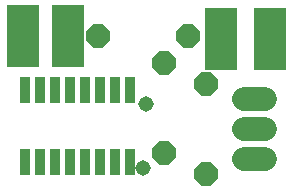
<source format=gbr>
G04 EAGLE Gerber RS-274X export*
G75*
%MOMM*%
%FSLAX34Y34*%
%LPD*%
%INSoldermask Top*%
%IPPOS*%
%AMOC8*
5,1,8,0,0,1.08239X$1,22.5*%
G01*
%ADD10R,0.863600X2.235200*%
%ADD11R,2.743200X5.283200*%
%ADD12P,2.199416X8X112.500000*%
%ADD13P,2.199416X8X202.500000*%
%ADD14C,2.032000*%
%ADD15C,1.315200*%


D10*
X19650Y20666D03*
X19650Y82134D03*
X32350Y20666D03*
X45050Y20666D03*
X32350Y82134D03*
X45050Y82134D03*
X57750Y20666D03*
X57750Y82134D03*
X70450Y20666D03*
X70450Y82134D03*
X83150Y20666D03*
X95850Y20666D03*
X83150Y82134D03*
X95850Y82134D03*
X108550Y20666D03*
X108550Y82134D03*
D11*
X227100Y124900D03*
X56400Y127600D03*
X185900Y125300D03*
X18300Y127600D03*
D12*
X137800Y28300D03*
X137800Y104500D03*
D13*
X158000Y127600D03*
X81800Y127600D03*
D12*
X173400Y10400D03*
X173400Y86600D03*
D14*
X204856Y48700D02*
X223144Y48700D01*
X223144Y23300D02*
X204856Y23300D01*
X204856Y74100D02*
X223144Y74100D01*
D15*
X120000Y16000D03*
X122000Y70000D03*
M02*

</source>
